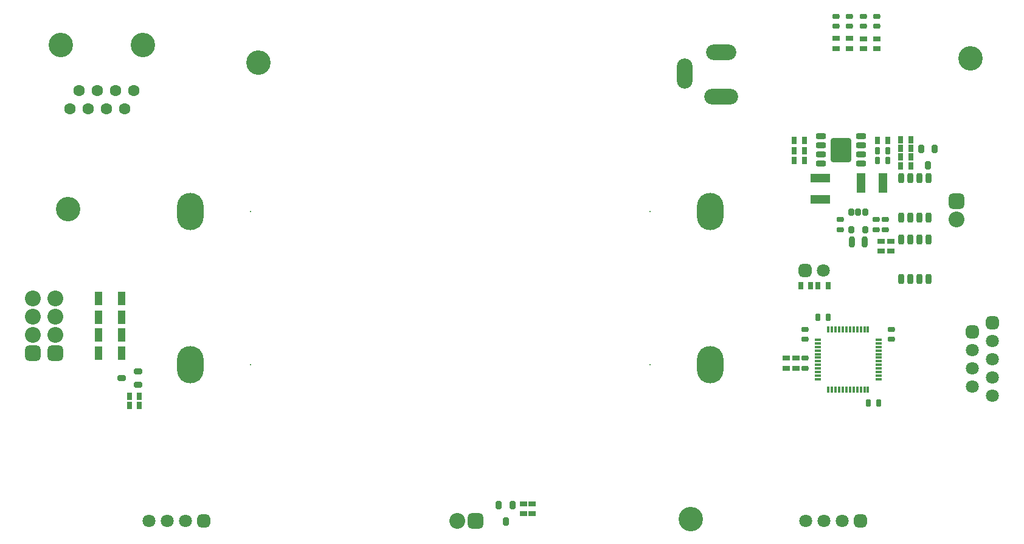
<source format=gts>
G04*
G04 #@! TF.GenerationSoftware,Altium Limited,Altium Designer,21.6.1 (37)*
G04*
G04 Layer_Color=8388736*
%FSLAX44Y44*%
%MOMM*%
G71*
G04*
G04 #@! TF.SameCoordinates,FD64CF10-ECA6-46B9-A7EF-D48B42129E36*
G04*
G04*
G04 #@! TF.FilePolarity,Negative*
G04*
G01*
G75*
%ADD30R,1.0032X1.9032*%
%ADD31R,0.7032X1.0032*%
G04:AMPARAMS|DCode=32|XSize=0.8032mm|YSize=1.2032mm|CornerRadius=0.1766mm|HoleSize=0mm|Usage=FLASHONLY|Rotation=90.000|XOffset=0mm|YOffset=0mm|HoleType=Round|Shape=RoundedRectangle|*
%AMROUNDEDRECTD32*
21,1,0.8032,0.8500,0,0,90.0*
21,1,0.4500,1.2032,0,0,90.0*
1,1,0.3532,0.4250,0.2250*
1,1,0.3532,0.4250,-0.2250*
1,1,0.3532,-0.4250,-0.2250*
1,1,0.3532,-0.4250,0.2250*
%
%ADD32ROUNDEDRECTD32*%
G04:AMPARAMS|DCode=33|XSize=0.8032mm|YSize=1.2032mm|CornerRadius=0.1766mm|HoleSize=0mm|Usage=FLASHONLY|Rotation=180.000|XOffset=0mm|YOffset=0mm|HoleType=Round|Shape=RoundedRectangle|*
%AMROUNDEDRECTD33*
21,1,0.8032,0.8500,0,0,180.0*
21,1,0.4500,1.2032,0,0,180.0*
1,1,0.3532,-0.2250,0.4250*
1,1,0.3532,0.2250,0.4250*
1,1,0.3532,0.2250,-0.4250*
1,1,0.3532,-0.2250,-0.4250*
%
%ADD33ROUNDEDRECTD33*%
%ADD34R,1.0032X0.7032*%
G04:AMPARAMS|DCode=35|XSize=0.7032mm|YSize=1.0032mm|CornerRadius=0.2266mm|HoleSize=0mm|Usage=FLASHONLY|Rotation=270.000|XOffset=0mm|YOffset=0mm|HoleType=Round|Shape=RoundedRectangle|*
%AMROUNDEDRECTD35*
21,1,0.7032,0.5500,0,0,270.0*
21,1,0.2500,1.0032,0,0,270.0*
1,1,0.4532,-0.2750,-0.1250*
1,1,0.4532,-0.2750,0.1250*
1,1,0.4532,0.2750,0.1250*
1,1,0.4532,0.2750,-0.1250*
%
%ADD35ROUNDEDRECTD35*%
G04:AMPARAMS|DCode=36|XSize=1.4032mm|YSize=0.8032mm|CornerRadius=0.2516mm|HoleSize=0mm|Usage=FLASHONLY|Rotation=270.000|XOffset=0mm|YOffset=0mm|HoleType=Round|Shape=RoundedRectangle|*
%AMROUNDEDRECTD36*
21,1,1.4032,0.3000,0,0,270.0*
21,1,0.9000,0.8032,0,0,270.0*
1,1,0.5032,-0.1500,-0.4500*
1,1,0.5032,-0.1500,0.4500*
1,1,0.5032,0.1500,0.4500*
1,1,0.5032,0.1500,-0.4500*
%
%ADD36ROUNDEDRECTD36*%
%ADD37R,2.7032X1.2032*%
G04:AMPARAMS|DCode=38|XSize=2.8032mm|YSize=3.3032mm|CornerRadius=0.2316mm|HoleSize=0mm|Usage=FLASHONLY|Rotation=0.000|XOffset=0mm|YOffset=0mm|HoleType=Round|Shape=RoundedRectangle|*
%AMROUNDEDRECTD38*
21,1,2.8032,2.8400,0,0,0.0*
21,1,2.3400,3.3032,0,0,0.0*
1,1,0.4632,1.1700,-1.4200*
1,1,0.4632,-1.1700,-1.4200*
1,1,0.4632,-1.1700,1.4200*
1,1,0.4632,1.1700,1.4200*
%
%ADD38ROUNDEDRECTD38*%
G04:AMPARAMS|DCode=39|XSize=1.4032mm|YSize=0.8032mm|CornerRadius=0.2516mm|HoleSize=0mm|Usage=FLASHONLY|Rotation=0.000|XOffset=0mm|YOffset=0mm|HoleType=Round|Shape=RoundedRectangle|*
%AMROUNDEDRECTD39*
21,1,1.4032,0.3000,0,0,0.0*
21,1,0.9000,0.8032,0,0,0.0*
1,1,0.5032,0.4500,-0.1500*
1,1,0.5032,-0.4500,-0.1500*
1,1,0.5032,-0.4500,0.1500*
1,1,0.5032,0.4500,0.1500*
%
%ADD39ROUNDEDRECTD39*%
%ADD40R,1.2032X2.7032*%
G04:AMPARAMS|DCode=41|XSize=0.8032mm|YSize=1.5032mm|CornerRadius=0.2516mm|HoleSize=0mm|Usage=FLASHONLY|Rotation=180.000|XOffset=0mm|YOffset=0mm|HoleType=Round|Shape=RoundedRectangle|*
%AMROUNDEDRECTD41*
21,1,0.8032,1.0000,0,0,180.0*
21,1,0.3000,1.5032,0,0,180.0*
1,1,0.5032,-0.1500,0.5000*
1,1,0.5032,0.1500,0.5000*
1,1,0.5032,0.1500,-0.5000*
1,1,0.5032,-0.1500,-0.5000*
%
%ADD41ROUNDEDRECTD41*%
G04:AMPARAMS|DCode=42|XSize=0.8032mm|YSize=1.0032mm|CornerRadius=0.1766mm|HoleSize=0mm|Usage=FLASHONLY|Rotation=180.000|XOffset=0mm|YOffset=0mm|HoleType=Round|Shape=RoundedRectangle|*
%AMROUNDEDRECTD42*
21,1,0.8032,0.6500,0,0,180.0*
21,1,0.4500,1.0032,0,0,180.0*
1,1,0.3532,-0.2250,0.3250*
1,1,0.3532,0.2250,0.3250*
1,1,0.3532,0.2250,-0.3250*
1,1,0.3532,-0.2250,-0.3250*
%
%ADD42ROUNDEDRECTD42*%
G04:AMPARAMS|DCode=43|XSize=0.7032mm|YSize=1.0032mm|CornerRadius=0.2266mm|HoleSize=0mm|Usage=FLASHONLY|Rotation=0.000|XOffset=0mm|YOffset=0mm|HoleType=Round|Shape=RoundedRectangle|*
%AMROUNDEDRECTD43*
21,1,0.7032,0.5500,0,0,0.0*
21,1,0.2500,1.0032,0,0,0.0*
1,1,0.4532,0.1250,-0.2750*
1,1,0.4532,-0.1250,-0.2750*
1,1,0.4532,-0.1250,0.2750*
1,1,0.4532,0.1250,0.2750*
%
%ADD43ROUNDEDRECTD43*%
%ADD44R,0.9532X0.4572*%
%ADD45R,0.4572X0.9532*%
%ADD46C,1.8032*%
G04:AMPARAMS|DCode=47|XSize=1.8032mm|YSize=1.8032mm|CornerRadius=0.5016mm|HoleSize=0mm|Usage=FLASHONLY|Rotation=270.000|XOffset=0mm|YOffset=0mm|HoleType=Round|Shape=RoundedRectangle|*
%AMROUNDEDRECTD47*
21,1,1.8032,0.8000,0,0,270.0*
21,1,0.8000,1.8032,0,0,270.0*
1,1,1.0032,-0.4000,-0.4000*
1,1,1.0032,-0.4000,0.4000*
1,1,1.0032,0.4000,0.4000*
1,1,1.0032,0.4000,-0.4000*
%
%ADD47ROUNDEDRECTD47*%
%ADD48O,4.7032X2.2032*%
%ADD49O,2.2032X4.2032*%
%ADD50O,4.2032X2.2032*%
G04:AMPARAMS|DCode=51|XSize=1.8032mm|YSize=1.8032mm|CornerRadius=0.5016mm|HoleSize=0mm|Usage=FLASHONLY|Rotation=0.000|XOffset=0mm|YOffset=0mm|HoleType=Round|Shape=RoundedRectangle|*
%AMROUNDEDRECTD51*
21,1,1.8032,0.8000,0,0,0.0*
21,1,0.8000,1.8032,0,0,0.0*
1,1,1.0032,0.4000,-0.4000*
1,1,1.0032,-0.4000,-0.4000*
1,1,1.0032,-0.4000,0.4000*
1,1,1.0032,0.4000,0.4000*
%
%ADD51ROUNDEDRECTD51*%
%ADD52C,2.2032*%
G04:AMPARAMS|DCode=53|XSize=2.2032mm|YSize=2.2032mm|CornerRadius=0.6016mm|HoleSize=0mm|Usage=FLASHONLY|Rotation=0.000|XOffset=0mm|YOffset=0mm|HoleType=Round|Shape=RoundedRectangle|*
%AMROUNDEDRECTD53*
21,1,2.2032,1.0000,0,0,0.0*
21,1,1.0000,2.2032,0,0,0.0*
1,1,1.2032,0.5000,-0.5000*
1,1,1.2032,-0.5000,-0.5000*
1,1,1.2032,-0.5000,0.5000*
1,1,1.2032,0.5000,0.5000*
%
%ADD53ROUNDEDRECTD53*%
G04:AMPARAMS|DCode=54|XSize=2.2032mm|YSize=2.2032mm|CornerRadius=0.6016mm|HoleSize=0mm|Usage=FLASHONLY|Rotation=270.000|XOffset=0mm|YOffset=0mm|HoleType=Round|Shape=RoundedRectangle|*
%AMROUNDEDRECTD54*
21,1,2.2032,1.0000,0,0,270.0*
21,1,1.0000,2.2032,0,0,270.0*
1,1,1.2032,-0.5000,-0.5000*
1,1,1.2032,-0.5000,0.5000*
1,1,1.2032,0.5000,0.5000*
1,1,1.2032,0.5000,-0.5000*
%
%ADD54ROUNDEDRECTD54*%
%ADD55O,3.7032X5.2032*%
%ADD56C,0.2032*%
%ADD57C,3.4032*%
%ADD58C,1.6032*%
D30*
X147000Y347000D02*
D03*
X115000D02*
D03*
X147000Y321000D02*
D03*
X115000D02*
D03*
X147000Y296000D02*
D03*
X115000D02*
D03*
X147000Y271000D02*
D03*
X115000D02*
D03*
D31*
X158000Y211000D02*
D03*
X172000D02*
D03*
X158187Y197743D02*
D03*
X172187D02*
D03*
X1232000Y532000D02*
D03*
X1246000D02*
D03*
Y544000D02*
D03*
X1232000D02*
D03*
Y556000D02*
D03*
X1246000D02*
D03*
X1214000Y567000D02*
D03*
X1200000D02*
D03*
X1084000Y539000D02*
D03*
X1098000D02*
D03*
X1084000Y553000D02*
D03*
X1098000D02*
D03*
X1084000Y567000D02*
D03*
X1098000D02*
D03*
X1092700Y365000D02*
D03*
X1106700D02*
D03*
X1130700D02*
D03*
X1116700D02*
D03*
X1246000Y568000D02*
D03*
X1232000D02*
D03*
D32*
X170500Y226500D02*
D03*
Y245500D02*
D03*
X147500Y236000D02*
D03*
D33*
X691500Y59500D02*
D03*
X672500D02*
D03*
X682000Y36500D02*
D03*
X1279500Y555500D02*
D03*
X1260500D02*
D03*
X1270000Y532500D02*
D03*
D34*
X719000Y61000D02*
D03*
Y47000D02*
D03*
X707000Y61000D02*
D03*
Y47000D02*
D03*
X1198750Y694919D02*
D03*
Y708919D02*
D03*
X1180095Y694919D02*
D03*
Y708919D02*
D03*
X1161067Y695106D02*
D03*
Y709106D02*
D03*
X1141975Y695116D02*
D03*
Y709116D02*
D03*
X1205000Y427000D02*
D03*
Y413000D02*
D03*
X1218000Y427000D02*
D03*
Y413000D02*
D03*
X1086000Y250000D02*
D03*
Y264000D02*
D03*
X1073000Y250000D02*
D03*
Y264000D02*
D03*
D35*
X1199000Y726000D02*
D03*
Y740000D02*
D03*
X1180000Y726000D02*
D03*
Y740000D02*
D03*
X1161000Y726000D02*
D03*
Y740000D02*
D03*
X1142000Y726000D02*
D03*
Y740000D02*
D03*
X1148000Y457000D02*
D03*
Y443000D02*
D03*
X1198000D02*
D03*
Y457000D02*
D03*
X1211000Y443000D02*
D03*
Y457000D02*
D03*
X1219000Y304000D02*
D03*
Y290000D02*
D03*
X1099000D02*
D03*
Y304000D02*
D03*
X1099000Y264000D02*
D03*
Y250000D02*
D03*
D36*
X1270780Y514500D02*
D03*
X1258080D02*
D03*
X1245380D02*
D03*
X1232680D02*
D03*
Y459500D02*
D03*
X1245380D02*
D03*
X1258080D02*
D03*
X1270780D02*
D03*
Y429500D02*
D03*
X1258080D02*
D03*
X1245380D02*
D03*
X1232680D02*
D03*
Y374500D02*
D03*
X1245380D02*
D03*
X1258080D02*
D03*
X1270780D02*
D03*
D37*
X1120000Y515000D02*
D03*
Y485000D02*
D03*
D38*
X1149000Y554000D02*
D03*
D39*
X1121060Y573050D02*
D03*
Y560350D02*
D03*
Y547650D02*
D03*
Y534950D02*
D03*
X1176940D02*
D03*
Y547650D02*
D03*
Y560350D02*
D03*
Y573050D02*
D03*
D40*
X1177000Y508000D02*
D03*
X1207000D02*
D03*
D41*
X1164250Y426000D02*
D03*
X1181750Y426000D02*
D03*
D42*
X1182500Y443000D02*
D03*
X1163500Y467000D02*
D03*
X1173000D02*
D03*
X1182500D02*
D03*
X1163500Y443000D02*
D03*
D43*
X1201000Y201000D02*
D03*
X1187000D02*
D03*
X1117000Y321000D02*
D03*
X1131000D02*
D03*
X1200000Y553000D02*
D03*
X1214000D02*
D03*
X1200000Y539000D02*
D03*
X1214000D02*
D03*
D44*
X1117000Y289500D02*
D03*
Y284500D02*
D03*
Y279500D02*
D03*
Y274500D02*
D03*
Y269500D02*
D03*
Y264500D02*
D03*
Y259500D02*
D03*
Y254500D02*
D03*
Y249500D02*
D03*
Y244500D02*
D03*
Y239500D02*
D03*
Y234500D02*
D03*
X1201000D02*
D03*
Y239500D02*
D03*
Y244500D02*
D03*
Y249500D02*
D03*
Y254500D02*
D03*
Y259500D02*
D03*
Y264500D02*
D03*
Y269500D02*
D03*
Y274500D02*
D03*
Y279500D02*
D03*
Y284500D02*
D03*
Y289500D02*
D03*
D45*
X1131500Y220000D02*
D03*
X1136500D02*
D03*
X1141500D02*
D03*
X1146500D02*
D03*
X1151500D02*
D03*
X1156500D02*
D03*
X1161500D02*
D03*
X1166500D02*
D03*
X1171500D02*
D03*
X1176500D02*
D03*
X1181500D02*
D03*
X1186500D02*
D03*
X1166500Y304000D02*
D03*
X1171500D02*
D03*
X1176500D02*
D03*
X1181500D02*
D03*
X1156500D02*
D03*
X1151500D02*
D03*
X1146500D02*
D03*
X1161500D02*
D03*
X1186500D02*
D03*
X1141500D02*
D03*
X1131500D02*
D03*
X1136500D02*
D03*
D46*
X1099600Y37000D02*
D03*
X1125000D02*
D03*
X1150400D02*
D03*
X185200D02*
D03*
X210600D02*
D03*
X236000D02*
D03*
X1360000Y288100D02*
D03*
Y262700D02*
D03*
Y237300D02*
D03*
Y211900D02*
D03*
X1332000Y224200D02*
D03*
Y249600D02*
D03*
Y275000D02*
D03*
X1124400Y386000D02*
D03*
D47*
X1175800Y37000D02*
D03*
X261400D02*
D03*
X1099000Y386000D02*
D03*
D48*
X981710Y627990D02*
D03*
D49*
X931710Y659990D02*
D03*
D50*
X981710Y689990D02*
D03*
D51*
X1360000Y313500D02*
D03*
X1332000Y300400D02*
D03*
D52*
X1310000Y457300D02*
D03*
X55000Y346800D02*
D03*
Y321400D02*
D03*
Y296000D02*
D03*
X24000Y346800D02*
D03*
Y321400D02*
D03*
Y296000D02*
D03*
X614300Y37000D02*
D03*
D53*
X1310000Y482700D02*
D03*
X55000Y270600D02*
D03*
X24000D02*
D03*
D54*
X639700Y37000D02*
D03*
D55*
X967000Y255000D02*
D03*
X243000D02*
D03*
X967000Y468000D02*
D03*
X243000D02*
D03*
D56*
X883000Y255000D02*
D03*
X327000D02*
D03*
X883000Y468000D02*
D03*
X327000D02*
D03*
D57*
X939800Y40070D02*
D03*
X73030Y471240D02*
D03*
X1329050Y681420D02*
D03*
X337820Y675700D02*
D03*
X176760Y699840D02*
D03*
X62460D02*
D03*
D58*
X164060Y636340D02*
D03*
X138660D02*
D03*
X113260D02*
D03*
X87860D02*
D03*
X151360Y610940D02*
D03*
X125960D02*
D03*
X100560D02*
D03*
X75160D02*
D03*
M02*

</source>
